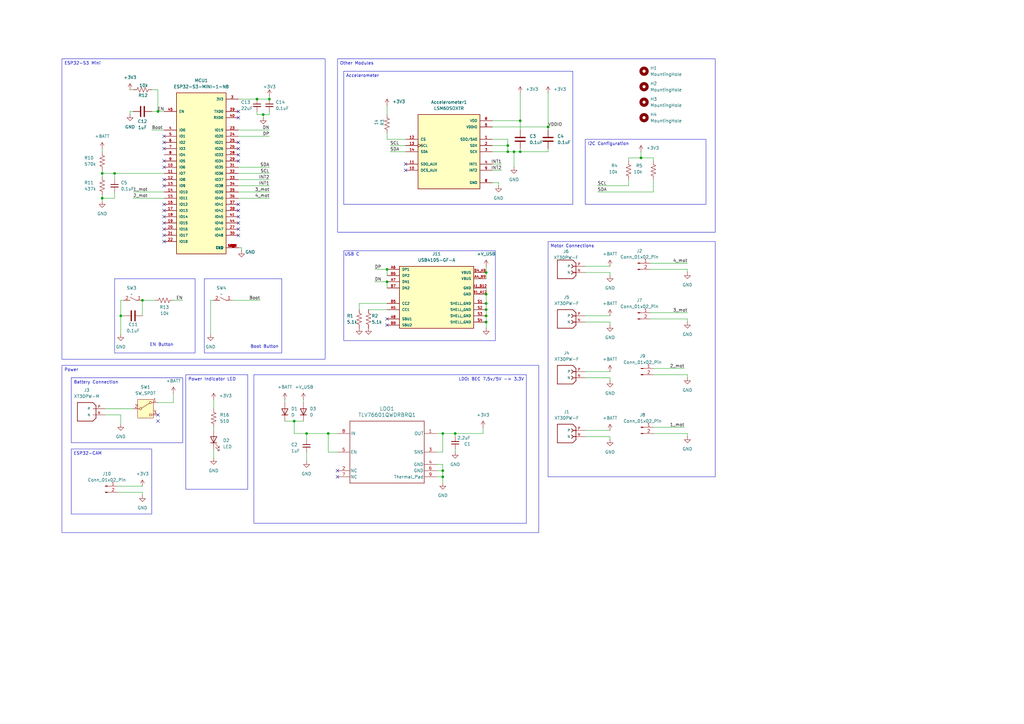
<source format=kicad_sch>
(kicad_sch (version 20231120) (generator "eeschema") (generator_version "8.0")
  (paper "A3")
  (junction (at 199.39 129.54))
  (junction (at 199.39 120.65))
  (junction (at 186.69 177.8))
  (junction (at 210.82 62.23))
  (junction (at 208.28 62.23))
  (junction (at 49.53 129.54))
  (junction (at 213.36 62.23))
  (junction (at 134.62 177.8))
  (junction (at 41.91 81.28))
  (junction (at 46.99 71.12))
  (junction (at 213.36 49.53))
  (junction (at 110.49 40.64))
  (junction (at 125.73 177.8))
  (junction (at 224.79 52.07))
  (junction (at 199.39 124.46))
  (junction (at 64.77 45.72))
  (junction (at 158.75 115.57))
  (junction (at 181.61 195.58))
  (junction (at 41.91 71.12))
  (junction (at 262.89 64.77))
  (junction (at 181.61 177.8))
  (junction (at 199.39 127))
  (junction (at 181.61 193.04))
  (junction (at 120.65 172.72))
  (junction (at 208.28 59.69))
  (junction (at 158.75 110.49))
  (junction (at 199.39 111.76))
  (junction (at 105.41 40.64))
  (junction (at 58.42 123.19))
  (junction (at 107.95 46.99))
  (junction (at 199.39 132.08))
  (no_connect (at 97.79 60.96))
  (no_connect (at 97.79 48.26))
  (no_connect (at 67.31 88.9))
  (no_connect (at 97.79 63.5))
  (no_connect (at 166.37 69.85))
  (no_connect (at 138.43 193.04))
  (no_connect (at 67.31 68.58))
  (no_connect (at 67.31 73.66))
  (no_connect (at 67.31 96.52))
  (no_connect (at 166.37 67.31))
  (no_connect (at 97.79 66.04))
  (no_connect (at 97.79 93.98))
  (no_connect (at 158.75 133.35))
  (no_connect (at 64.77 172.72))
  (no_connect (at 67.31 58.42))
  (no_connect (at 97.79 58.42))
  (no_connect (at 67.31 86.36))
  (no_connect (at 67.31 76.2))
  (no_connect (at 97.79 96.52))
  (no_connect (at 67.31 66.04))
  (no_connect (at 158.75 130.81))
  (no_connect (at 67.31 91.44))
  (no_connect (at 67.31 55.88))
  (no_connect (at 138.43 195.58))
  (no_connect (at 67.31 93.98))
  (no_connect (at 97.79 91.44))
  (no_connect (at 67.31 83.82))
  (no_connect (at 64.77 170.18))
  (no_connect (at 97.79 45.72))
  (no_connect (at 67.31 60.96))
  (no_connect (at 67.31 99.06))
  (no_connect (at 97.79 88.9))
  (no_connect (at 97.79 83.82))
  (no_connect (at 97.79 86.36))
  (wire (pts (xy 105.41 46.99) (xy 105.41 45.72)))
  (wire (pts (xy 199.39 124.46) (xy 199.39 127)))
  (wire (pts (xy 179.07 185.42) (xy 181.61 185.42)))
  (wire (pts (xy 54.61 45.72) (xy 53.34 45.72)))
  (wire (pts (xy 97.79 55.88) (xy 110.49 55.88)))
  (wire (pts (xy 153.67 110.49) (xy 158.75 110.49)))
  (wire (pts (xy 186.69 184.15) (xy 186.69 185.42)))
  (wire (pts (xy 58.42 123.19) (xy 63.5 123.19)))
  (wire (pts (xy 257.81 64.77) (xy 257.81 66.04)))
  (wire (pts (xy 160.02 62.23) (xy 166.37 62.23)))
  (wire (pts (xy 87.63 175.26) (xy 87.63 176.53)))
  (wire (pts (xy 240.03 109.22) (xy 250.19 109.22)))
  (wire (pts (xy 250.19 111.76) (xy 250.19 113.03)))
  (wire (pts (xy 147.32 127) (xy 147.32 124.46)))
  (wire (pts (xy 97.79 76.2) (xy 110.49 76.2)))
  (wire (pts (xy 208.28 62.23) (xy 210.82 62.23)))
  (wire (pts (xy 213.36 49.53) (xy 213.36 53.34)))
  (wire (pts (xy 201.93 57.15) (xy 208.28 57.15)))
  (wire (pts (xy 179.07 195.58) (xy 181.61 195.58)))
  (wire (pts (xy 213.36 38.1) (xy 213.36 49.53)))
  (wire (pts (xy 281.94 177.8) (xy 281.94 179.07)))
  (wire (pts (xy 186.69 177.8) (xy 186.69 179.07)))
  (wire (pts (xy 158.75 115.57) (xy 158.75 118.11)))
  (wire (pts (xy 120.65 172.72) (xy 120.65 177.8)))
  (wire (pts (xy 245.11 76.2) (xy 257.81 76.2)))
  (wire (pts (xy 95.25 123.19) (xy 106.68 123.19)))
  (wire (pts (xy 97.79 81.28) (xy 110.49 81.28)))
  (wire (pts (xy 262.89 64.77) (xy 267.97 64.77)))
  (wire (pts (xy 201.93 59.69) (xy 208.28 59.69)))
  (wire (pts (xy 120.65 177.8) (xy 125.73 177.8)))
  (wire (pts (xy 110.49 39.37) (xy 110.49 40.64)))
  (wire (pts (xy 240.03 132.08) (xy 250.19 132.08)))
  (wire (pts (xy 210.82 62.23) (xy 213.36 62.23)))
  (wire (pts (xy 97.79 73.66) (xy 110.49 73.66)))
  (wire (pts (xy 86.36 123.19) (xy 86.36 137.16)))
  (wire (pts (xy 201.93 69.85) (xy 205.74 69.85)))
  (wire (pts (xy 281.94 153.67) (xy 281.94 154.94)))
  (wire (pts (xy 240.03 179.07) (xy 250.19 179.07)))
  (wire (pts (xy 49.53 123.19) (xy 50.8 123.19)))
  (wire (pts (xy 267.97 177.8) (xy 281.94 177.8)))
  (wire (pts (xy 250.19 154.94) (xy 250.19 156.21)))
  (wire (pts (xy 49.53 129.54) (xy 50.8 129.54)))
  (wire (pts (xy 199.39 120.65) (xy 199.39 124.46)))
  (wire (pts (xy 134.62 177.8) (xy 134.62 185.42)))
  (wire (pts (xy 124.46 163.83) (xy 124.46 165.1)))
  (wire (pts (xy 262.89 62.23) (xy 262.89 64.77)))
  (wire (pts (xy 201.93 67.31) (xy 205.74 67.31)))
  (wire (pts (xy 110.49 46.99) (xy 110.49 45.72)))
  (wire (pts (xy 97.79 78.74) (xy 110.49 78.74)))
  (wire (pts (xy 41.91 81.28) (xy 41.91 82.55)))
  (wire (pts (xy 49.53 123.19) (xy 49.53 129.54)))
  (wire (pts (xy 181.61 177.8) (xy 179.07 177.8)))
  (wire (pts (xy 213.36 62.23) (xy 213.36 60.96)))
  (wire (pts (xy 125.73 180.34) (xy 125.73 177.8)))
  (wire (pts (xy 181.61 198.12) (xy 181.61 195.58)))
  (wire (pts (xy 267.97 64.77) (xy 267.97 66.04)))
  (wire (pts (xy 54.61 36.83) (xy 53.34 36.83)))
  (wire (pts (xy 281.94 130.81) (xy 281.94 132.08)))
  (wire (pts (xy 198.12 177.8) (xy 198.12 175.26)))
  (wire (pts (xy 71.12 123.19) (xy 74.93 123.19)))
  (wire (pts (xy 181.61 190.5) (xy 179.07 190.5)))
  (wire (pts (xy 41.91 71.12) (xy 46.99 71.12)))
  (wire (pts (xy 266.7 107.95) (xy 281.94 107.95)))
  (wire (pts (xy 58.42 123.19) (xy 58.42 129.54)))
  (wire (pts (xy 201.93 62.23) (xy 208.28 62.23)))
  (wire (pts (xy 97.79 40.64) (xy 105.41 40.64)))
  (wire (pts (xy 41.91 81.28) (xy 46.99 81.28)))
  (wire (pts (xy 116.84 172.72) (xy 120.65 172.72)))
  (wire (pts (xy 64.77 36.83) (xy 64.77 45.72)))
  (wire (pts (xy 240.03 152.4) (xy 250.19 152.4)))
  (wire (pts (xy 97.79 101.6) (xy 99.06 101.6)))
  (wire (pts (xy 43.18 170.18) (xy 49.53 170.18)))
  (wire (pts (xy 41.91 71.12) (xy 41.91 72.39)))
  (wire (pts (xy 62.23 36.83) (xy 64.77 36.83)))
  (wire (pts (xy 179.07 193.04) (xy 181.61 193.04)))
  (wire (pts (xy 201.93 74.93) (xy 204.47 74.93)))
  (wire (pts (xy 120.65 172.72) (xy 124.46 172.72)))
  (wire (pts (xy 224.79 52.07) (xy 224.79 53.34)))
  (wire (pts (xy 267.97 153.67) (xy 281.94 153.67)))
  (wire (pts (xy 267.97 78.74) (xy 267.97 73.66)))
  (wire (pts (xy 240.03 154.94) (xy 250.19 154.94)))
  (wire (pts (xy 250.19 132.08) (xy 250.19 133.35)))
  (wire (pts (xy 266.7 128.27) (xy 281.94 128.27)))
  (wire (pts (xy 134.62 177.8) (xy 138.43 177.8)))
  (wire (pts (xy 67.31 81.28) (xy 54.61 81.28)))
  (wire (pts (xy 41.91 69.85) (xy 41.91 71.12)))
  (wire (pts (xy 158.75 110.49) (xy 158.75 113.03)))
  (wire (pts (xy 186.69 177.8) (xy 181.61 177.8)))
  (wire (pts (xy 199.39 118.11) (xy 199.39 120.65)))
  (wire (pts (xy 41.91 80.01) (xy 41.91 81.28)))
  (wire (pts (xy 125.73 177.8) (xy 134.62 177.8)))
  (wire (pts (xy 71.12 161.29) (xy 71.12 165.1)))
  (wire (pts (xy 267.97 175.26) (xy 280.67 175.26)))
  (wire (pts (xy 210.82 62.23) (xy 210.82 68.58)))
  (wire (pts (xy 160.02 59.69) (xy 166.37 59.69)))
  (wire (pts (xy 266.7 110.49) (xy 281.94 110.49)))
  (wire (pts (xy 199.39 109.22) (xy 199.39 111.76)))
  (wire (pts (xy 97.79 53.34) (xy 110.49 53.34)))
  (wire (pts (xy 266.7 130.81) (xy 281.94 130.81)))
  (wire (pts (xy 213.36 62.23) (xy 224.79 62.23)))
  (wire (pts (xy 97.79 71.12) (xy 110.49 71.12)))
  (wire (pts (xy 107.95 48.26) (xy 107.95 46.99)))
  (wire (pts (xy 181.61 195.58) (xy 181.61 193.04)))
  (wire (pts (xy 105.41 40.64) (xy 110.49 40.64)))
  (wire (pts (xy 64.77 45.72) (xy 67.31 45.72)))
  (wire (pts (xy 257.81 64.77) (xy 262.89 64.77)))
  (wire (pts (xy 67.31 78.74) (xy 54.61 78.74)))
  (wire (pts (xy 49.53 129.54) (xy 49.53 137.16)))
  (wire (pts (xy 48.26 199.39) (xy 58.42 199.39)))
  (wire (pts (xy 97.79 68.58) (xy 110.49 68.58)))
  (wire (pts (xy 158.75 54.61) (xy 158.75 57.15)))
  (wire (pts (xy 213.36 49.53) (xy 201.93 49.53)))
  (wire (pts (xy 208.28 57.15) (xy 208.28 59.69)))
  (wire (pts (xy 147.32 124.46) (xy 158.75 124.46)))
  (wire (pts (xy 46.99 71.12) (xy 67.31 71.12)))
  (wire (pts (xy 199.39 111.76) (xy 199.39 114.3)))
  (wire (pts (xy 151.13 127) (xy 158.75 127)))
  (wire (pts (xy 107.95 46.99) (xy 110.49 46.99)))
  (wire (pts (xy 86.36 123.19) (xy 87.63 123.19)))
  (wire (pts (xy 199.39 127) (xy 199.39 129.54)))
  (wire (pts (xy 240.03 111.76) (xy 250.19 111.76)))
  (wire (pts (xy 181.61 185.42) (xy 181.61 177.8)))
  (wire (pts (xy 281.94 110.49) (xy 281.94 111.76)))
  (wire (pts (xy 53.34 45.72) (xy 53.34 46.99)))
  (wire (pts (xy 64.77 165.1) (xy 71.12 165.1)))
  (wire (pts (xy 204.47 74.93) (xy 204.47 76.2)))
  (wire (pts (xy 250.19 179.07) (xy 250.19 180.34)))
  (wire (pts (xy 240.03 176.53) (xy 250.19 176.53)))
  (wire (pts (xy 224.79 62.23) (xy 224.79 60.96)))
  (wire (pts (xy 116.84 163.83) (xy 116.84 165.1)))
  (wire (pts (xy 105.41 46.99) (xy 107.95 46.99)))
  (wire (pts (xy 125.73 185.42) (xy 125.73 189.23)))
  (wire (pts (xy 208.28 59.69) (xy 208.28 62.23)))
  (wire (pts (xy 41.91 60.96) (xy 41.91 62.23)))
  (wire (pts (xy 257.81 73.66) (xy 257.81 76.2)))
  (wire (pts (xy 224.79 38.1) (xy 224.79 52.07)))
  (wire (pts (xy 46.99 78.74) (xy 46.99 81.28)))
  (wire (pts (xy 46.99 71.12) (xy 46.99 73.66)))
  (wire (pts (xy 43.18 167.64) (xy 54.61 167.64)))
  (wire (pts (xy 245.11 78.74) (xy 267.97 78.74)))
  (wire (pts (xy 48.26 201.93) (xy 58.42 201.93)))
  (wire (pts (xy 198.12 177.8) (xy 186.69 177.8)))
  (wire (pts (xy 199.39 129.54) (xy 199.39 132.08)))
  (wire (pts (xy 134.62 185.42) (xy 138.43 185.42)))
  (wire (pts (xy 62.23 45.72) (xy 64.77 45.72)))
  (wire (pts (xy 153.67 115.57) (xy 158.75 115.57)))
  (wire (pts (xy 87.63 163.83) (xy 87.63 167.64)))
  (wire (pts (xy 240.03 129.54) (xy 250.19 129.54)))
  (wire (pts (xy 158.75 43.18) (xy 158.75 46.99)))
  (wire (pts (xy 267.97 151.13) (xy 280.67 151.13)))
  (wire (pts (xy 58.42 201.93) (xy 58.42 203.2)))
  (wire (pts (xy 62.23 53.34) (xy 67.31 53.34)))
  (wire (pts (xy 87.63 184.15) (xy 87.63 187.96)))
  (wire (pts (xy 199.39 132.08) (xy 199.39 134.62)))
  (wire (pts (xy 201.93 52.07) (xy 224.79 52.07)))
  (wire (pts (xy 99.06 101.6) (xy 99.06 102.87)))
  (wire (pts (xy 158.75 57.15) (xy 166.37 57.15)))
  (wire (pts (xy 181.61 193.04) (xy 181.61 190.5)))
  (wire (pts (xy 49.53 170.18) (xy 49.53 173.99)))
  (rectangle (start 46.99 114.3) (end 80.01 144.78))
  (rectangle (start 83.82 114.3) (end 115.57 144.78))
  (rectangle (start 140.97 102.87) (end 203.2 139.7))
  (text_box "LDO: BEC 7.5v/5V -> 3.3V\n" (at 104.14 153.67 0) (size 111.76 60.96) (effects (font (size 1.27 1.27)) (justify right top)))
  (text_box "Other Modules\n" (at 138.43 24.13 0) (size 154.94 71.12) (effects (font (size 1.27 1.27)) (justify left top)))
  (text_box "ESP32-S3 Mini\n" (at 25.4 24.13 0) (size 107.95 123.19) (effects (font (size 1.27 1.27)) (justify left top)))
  (text_box "Accelerometer\n" (at 140.97 29.21 0) (size 93.98 54.61) (effects (font (size 1.27 1.27)) (justify left top)))
  (text_box "Power" (at 25.4 149.86 0) (size 195.58 68.58) (effects (font (size 1.27 1.27)) (justify left top)))
  (text_box "I2C Configuration \n" (at 240.03 57.15 0) (size 49.53 26.67) (effects (font (size 1.27 1.27)) (justify left top)))
  (text_box "Motor Connections\n" (at 224.79 99.06 0) (size 68.58 96.52) (effects (font (size 1.27 1.27)) (justify left top)))
  (text_box "ESP32-CAM\n" (at 29.21 184.15 0) (size 33.02 26.67) (effects (font (size 1.27 1.27)) (justify left top)))
  (text_box "Battery Connection \n" (at 29.21 154.94 0) (size 45.72 26.67) (effects (font (size 1.27 1.27)) (justify left top)))
  (text_box "Power Indicator LED" (at 76.2 153.67 0) (size 25.4 46.99) (effects (font (size 1.27 1.27)) (justify left top)))
  (text "USB C" (at 141.224 105.156 0) (effects (font (size 1.27 1.27)) (justify left bottom)))
  (text "Boot Button \n" (at 108.966 142.24 0) (effects (font (size 1.27 1.27))))
  (text "EN Button\n" (at 66.294 141.478 0) (effects (font (size 1.27 1.27))))
  (label "SDA" (at 110.49 68.58 180))
  (label "Boot" (at 106.68 123.19 180))
  (label "INT1" (at 205.74 67.31 180))
  (label "SCL" (at 110.49 71.12 180))
  (label "VDDIO" (at 224.79 52.07 0))
  (label "INT2" (at 205.74 69.85 180))
  (label "4_mot" (at 281.94 107.95 180))
  (label "SCL" (at 245.11 76.2 0))
  (label "DN" (at 153.67 115.57 0))
  (label "2_mot" (at 54.61 81.28 0))
  (label "EN" (at 67.31 45.72 180))
  (label "INT1" (at 110.49 76.2 180))
  (label "INT2" (at 110.49 73.66 180))
  (label "DP" (at 153.67 110.49 0))
  (label "1_mot" (at 280.67 175.26 180))
  (label "4_mot" (at 110.49 81.28 180))
  (label "3_mot" (at 110.49 78.74 180))
  (label "1_mot" (at 54.61 78.74 0))
  (label "DP" (at 110.49 55.88 180))
  (label "SDA" (at 160.02 62.23 0))
  (label "DN" (at 110.49 53.34 180))
  (label "Boot" (at 62.23 53.34 0))
  (label "EN" (at 74.93 123.19 180))
  (label "SCL" (at 160.02 59.69 0))
  (label "2_mot" (at 280.67 151.13 180))
  (label "3_mot" (at 281.94 128.27 180))
  (label "SDA" (at 245.11 78.74 0))
  (symbol (lib_id "Connector:Conn_01x02_Pin") (at 43.18 199.39 0) (unit 1)
    (property "Reference" "J10" (at 43.815 194.31 0))
    (property "Value" "Conn_01x02_Pin" (at 43.815 196.85 0))
    (property "Footprint" "Connector_PinHeader_2.54mm:PinHeader_1x02_P2.54mm_Horizontal" (effects (hide yes)))
    (property "Description" "Generic connector, single row, 01x02, script generated" (effects (hide yes)))
    (property "MANUFACTURER" "-" (effects (hide yes)))
  )
  (symbol (lib_id "TLV6601:TLV76601QWDRBRQ1") (at 138.43 177.8 0) (unit 1)
    (property "Reference" "LDO1" (at 158.75 167.64 0) (effects (font (size 1.524 1.524))))
    (property "Value" "TLV76601QWDRBRQ1" (at 158.75 170.18 0) (effects (font (size 1.524 1.524))))
    (property "Footprint" "TLV76601:DRB0008J-IPC_A" (effects (hide yes)))
    (property "Datasheet" "TLV76601QWDRBRQ1" (effects (hide yes)))
    (property "MANUFACTURER" "TLV76633QWDRBRQ1" (effects (hide yes)))
  )
  (symbol (lib_id "Mechanical:MountingHole") (at 264.16 29.21 0) (unit 1)
    (property "Reference" "H1" (at 266.7 27.9399 0) (effects (justify left)))
    (property "Value" "MountingHole" (at 266.7 30.4799 0) (effects (justify left)))
    (property "Footprint" "MountingHole:MountingHole_3.2mm_M3_DIN965" (effects (hide yes)))
    (property "Description" "Mounting Hole without connection" (effects (hide yes)))
    (property "MANUFACTURER" "-" (effects (hide yes)))
  )
  (symbol (lib_id "power:+3V3") (at 53.34 36.83 0) (unit 1)
    (property "Reference" "#PWR039" (effects (hide yes)))
    (property "Value" "+3V3" (at 53.34 31.75 0))
    (property "Description" "Power symbol creates a global label with name \"+3V3\"" (effects (hide yes)))
  )
  (symbol (lib_id "Device:C_Small") (at 186.69 181.61 180) (unit 1)
    (property "Reference" "C1" (at 193.04 182.118 0) (effects (justify left)))
    (property "Value" "2.2uF" (at 193.04 179.578 0) (effects (justify left)))
    (property "Footprint" "Capacitor_SMD:C_0805_2012Metric" (effects (hide yes)))
    (property "Description" "Unpolarized capacitor, small symbol" (effects (hide yes)))
    (property "MANUFACTURER" " 581-KAF21KR71E225KU " (effects (hide yes)))
  )
  (symbol (lib_id "Connector:Conn_01x02_Pin") (at 261.62 107.95 0) (unit 1)
    (property "Reference" "J2" (at 262.255 102.87 0))
    (property "Value" "Conn_01x02_Pin" (at 262.255 105.41 0))
    (property "Footprint" "Connector_PinHeader_2.54mm:PinHeader_1x02_P2.54mm_Horizontal" (effects (hide yes)))
    (property "Description" "Generic connector, single row, 01x02, script generated" (effects (hide yes)))
    (property "MANUFACTURER" "-" (effects (hide yes)))
  )
  (symbol (lib_id "Switch:SW_SPDT") (at 59.69 167.64 0) (unit 1)
    (property "Reference" "SW1" (at 59.69 158.75 0))
    (property "Value" "SW_SPDT" (at 59.69 161.29 0))
    (property "Footprint" "JS102011JAQN:SW_JS102011JAQN" (effects (hide yes)))
    (property "Description" "Switch, single pole double throw" (effects (hide yes)))
    (property "MANUFACTURER" "JS102011JAQN " (effects (hide yes)))
  )
  (symbol (lib_id "Device:R_US") (at 41.91 76.2 0) (unit 1)
    (property "Reference" "R11" (at 34.544 74.93 0) (effects (justify left)))
    (property "Value" "437k" (at 34.544 77.47 0) (effects (justify left)))
    (property "Footprint" "Resistor_SMD:R_0805_2012Metric" (effects (hide yes)))
    (property "Description" "Resistor, US symbol" (effects (hide yes)))
    (property "MANUFACTURER" " 71-RCS0805470KJNEA " (effects (hide yes)))
  )
  (symbol (lib_id "Device:C_Small") (at 46.99 76.2 0) (unit 1)
    (property "Reference" "C5" (at 49.53 74.93 0) (effects (justify left)))
    (property "Value" "0.1uF" (at 49.53 77.47 0) (effects (justify left)))
    (property "Footprint" "Capacitor_SMD:C_0805_2012Metric" (effects (hide yes)))
    (property "MANUFACTURER" " 581-KAM21KR72A104KU " (effects (hide yes)))
  )
  (symbol (lib_id "power:GND") (at 281.94 111.76 0) (unit 1)
    (property "Reference" "#PWR015" (effects (hide yes)))
    (property "Value" "GND" (at 281.94 116.84 0))
    (property "Description" "Power symbol creates a global label with name \"GND\" , ground" (effects (hide yes)))
  )
  (symbol (lib_id "power:+3V3") (at 213.36 38.1 0) (unit 1)
    (property "Reference" "#PWR024" (effects (hide yes)))
    (property "Value" "+3V3" (at 218.186 36.576 0))
    (property "Description" "Power symbol creates a global label with name \"+3V3\"" (effects (hide yes)))
  )
  (symbol (lib_id "power:GND") (at 181.61 198.12 0) (mirror y) (unit 1)
    (property "Reference" "#PWR018" (effects (hide yes)))
    (property "Value" "GND" (at 181.61 203.2 0))
    (property "Description" "Power symbol creates a global label with name \"GND\" , ground" (effects (hide yes)))
  )
  (symbol (lib_id "power:+3V3") (at 158.75 43.18 0) (unit 1)
    (property "Reference" "#PWR027" (effects (hide yes)))
    (property "Value" "+3V3" (at 163.576 41.656 0))
    (property "Description" "Power symbol creates a global label with name \"+3V3\"" (effects (hide yes)))
  )
  (symbol (lib_id "Device:R_US") (at 58.42 36.83 90) (unit 1)
    (property "Reference" "R12" (at 58.674 39.116 90))
    (property "Value" "10k" (at 58.928 35.052 90))
    (property "Footprint" "Resistor_SMD:R_0805_2012Metric" (effects (hide yes)))
    (property "Description" "Resistor, US symbol" (effects (hide yes)))
    (property "MANUFACTURER" " 667-ERA-6APB103V " (effects (hide yes)))
  )
  (symbol (lib_id "Mechanical:MountingHole") (at 264.16 35.56 0) (unit 1)
    (property "Reference" "H2" (at 266.7 34.2899 0) (effects (justify left)))
    (property "Value" "MountingHole" (at 266.7 36.8299 0) (effects (justify left)))
    (property "Footprint" "MountingHole:MountingHole_3.2mm_M3_DIN965" (effects (hide yes)))
    (property "Description" "Mounting Hole without connection" (effects (hide yes)))
    (property "MANUFACTURER" "-" (effects (hide yes)))
  )
  (symbol (lib_id "power:GND") (at 281.94 154.94 0) (unit 1)
    (property "Reference" "#PWR056" (effects (hide yes)))
    (property "Value" "GND" (at 281.94 160.02 0))
    (property "Description" "Power symbol creates a global label with name \"GND\" , ground" (effects (hide yes)))
  )
  (symbol (lib_id "Device:C") (at 58.42 45.72 90) (unit 1)
    (property "Reference" "C12" (at 58.42 49.784 90))
    (property "Value" "1uF" (at 58.42 52.324 90))
    (property "Footprint" "Capacitor_SMD:C_0805_2012Metric" (effects (hide yes)))
    (property "Description" "Unpolarized capacitor" (effects (hide yes)))
    (property "MANUFACTURER" " 581-KAF21KR71E105KU " (effects (hide yes)))
  )
  (symbol (lib_id "Connector:Conn_01x02_Pin") (at 262.89 175.26 0) (unit 1)
    (property "Reference" "J8" (at 263.525 170.18 0))
    (property "Value" "Conn_01x02_Pin" (at 263.525 172.72 0))
    (property "Footprint" "Connector_PinHeader_2.54mm:PinHeader_1x02_P2.54mm_Horizontal" (effects (hide yes)))
    (property "Description" "Generic connector, single row, 01x02, script generated" (effects (hide yes)))
    (property "MANUFACTURER" "-" (effects (hide yes)))
  )
  (symbol (lib_id "Device:R_US") (at 67.31 123.19 90) (unit 1)
    (property "Reference" "R13" (at 69.342 125.984 90) (effects (justify left)))
    (property "Value" "10k" (at 69.342 128.524 90) (effects (justify left)))
    (property "Footprint" "Resistor_SMD:R_0805_2012Metric" (effects (hide yes)))
    (property "Description" "Resistor, US symbol" (effects (hide yes)))
    (property "MANUFACTURER" " 667-ERA-6APB103V " (effects (hide yes)))
  )
  (symbol (lib_id "Custom Symbols:USB4105-GF-A") (at 179.07 121.92 0) (unit 1)
    (property "Reference" "J11" (at 179.07 104.14 0))
    (property "Value" "USB4105-GF-A" (at 179.07 106.68 0))
    (property "Footprint" "USB4105-GF-A-Footprint:GCT_USB4105-GF-A" (effects (hide yes)))
    (property "PARTREV" "A3" (effects (hide yes)))
    (property "STANDARD" "Manufacturer Recommendations" (effects (hide yes)))
    (property "MAXIMUM_PACKAGE_HEIGHT" "3.31 mm" (effects (hide yes)))
    (property "MANUFACTURER" "USB4105-GF-A" (effects (hide yes)))
  )
  (symbol (lib_id "power:GND") (at 147.32 134.62 0) (unit 1)
    (property "Reference" "#PWR019" (effects (hide yes)))
    (property "Value" "GND" (effects (hide yes)))
  )
  (symbol (lib_id "power:+7.5V") (at 250.19 109.22 0) (unit 1)
    (property "Reference" "#PWR049" (effects (hide yes)))
    (property "Value" "+BATT" (at 250.19 104.14 0))
    (property "Description" "Power symbol creates a global label with name \"+7.5V\"" (effects (hide yes)))
  )
  (symbol (lib_id "Device:C") (at 224.79 57.15 0) (unit 1)
    (property "Reference" "C4" (at 228.6 55.8799 0) (effects (justify left)))
    (property "Value" "0.1uF" (at 228.6 58.4199 0) (effects (justify left)))
    (property "Footprint" "Capacitor_SMD:C_0805_2012Metric" (effects (hide yes)))
    (property "Description" "Unpolarized capacitor" (effects (hide yes)))
    (property "MANUFACTURER" " 581-KAM21KR72A104KU " (effects (hide yes)))
  )
  (symbol (lib_id "power:+7.5V") (at 250.19 129.54 0) (unit 1)
    (property "Reference" "#PWR051" (effects (hide yes)))
    (property "Value" "+BATT" (at 250.19 124.46 0))
    (property "Description" "Power symbol creates a global label with name \"+7.5V\"" (effects (hide yes)))
  )
  (symbol (lib_id "power:GND") (at 281.94 132.08 0) (unit 1)
    (property "Reference" "#PWR014" (effects (hide yes)))
    (property "Value" "GND" (at 281.94 137.16 0))
    (property "Description" "Power symbol creates a global label with name \"GND\" , ground" (effects (hide yes)))
  )
  (symbol (lib_id "power:GND") (at 49.53 137.16 0) (unit 1)
    (property "Reference" "#PWR038" (effects (hide yes)))
    (property "Value" "GND" (at 49.53 142.24 0))
    (property "Description" "Power symbol creates a global label with name \"GND\" , ground" (effects (hide yes)))
  )
  (symbol (lib_id "power:+5V") (at 124.46 163.83 0) (unit 1)
    (property "Reference" "#PWR06" (effects (hide yes)))
    (property "Value" "+V_USB" (at 120.904 158.75 0) (effects (justify left)))
    (property "Description" "Power symbol creates a global label with name \"+5V\"" (effects (hide yes)))
  )
  (symbol (lib_id "power:GND") (at 107.95 48.26 0) (unit 1)
    (property "Reference" "#PWR045" (effects (hide yes)))
    (property "Value" "GND" (effects (hide yes)))
  )
  (symbol (lib_id "power:GND") (at 49.53 173.99 0) (unit 1)
    (property "Reference" "#PWR062" (effects (hide yes)))
    (property "Value" "GND" (at 49.53 179.07 0))
    (property "Description" "Power symbol creates a global label with name \"GND\" , ground" (effects (hide yes)))
  )
  (symbol (lib_id "power:GND") (at 53.34 46.99 0) (unit 1)
    (property "Reference" "#PWR040" (effects (hide yes)))
    (property "Value" "GND" (at 53.34 52.07 0))
    (property "Description" "Power symbol creates a global label with name \"GND\" , ground" (effects (hide yes)))
  )
  (symbol (lib_id "power:GND") (at 281.94 179.07 0) (unit 1)
    (property "Reference" "#PWR04" (effects (hide yes)))
    (property "Value" "GND" (at 281.94 184.15 0))
    (property "Description" "Power symbol creates a global label with name \"GND\" , ground" (effects (hide yes)))
  )
  (symbol (lib_id "Device:R_US") (at 257.81 69.85 180) (unit 1)
    (property "Reference" "R4" (at 253.365 67.945 0) (effects (justify left)))
    (property "Value" "10k" (at 253.365 70.485 0) (effects (justify left)))
    (property "Footprint" "Resistor_SMD:R_0805_2012Metric" (effects (hide yes)))
    (property "MANUFACTURER" " 667-ERA-6APB103V " (effects (hide yes)))
    (property "Manufacturer" " 667-ERA-6APB103V " (effects (hide yes)))
  )
  (symbol (lib_id "power:GND") (at 199.39 134.62 0) (unit 1)
    (property "Reference" "#PWR022" (effects (hide yes)))
    (property "Value" "GND" (effects (hide yes)))
  )
  (symbol (lib_id "Device:LED") (at 87.63 180.34 90) (unit 1)
    (property "Reference" "D2" (at 91.44 180.6574 90) (effects (justify right)))
    (property "Value" "LED" (at 91.44 183.1974 90) (effects (justify right)))
    (property "Footprint" "LED_SMD:LED_0603_1608Metric" (effects (hide yes)))
    (property "Description" "Light emitting diode" (effects (hide yes)))
    (property "MANUFACTURER" "CSL1101WBCW1 " (effects (hide yes)))
  )
  (symbol (lib_id "power:GND") (at 186.69 185.42 0) (unit 1)
    (property "Reference" "#PWR08" (effects (hide yes)))
    (property "Value" "GND" (at 186.69 190.5 0))
    (property "Description" "Power symbol creates a global label with name \"GND\" , ground" (effects (hide yes)))
  )
  (symbol (lib_id "LSM6DSOXTR:LSM6DSOXTR") (at 184.15 62.23 0) (unit 1)
    (property "Reference" "Accelerometer1" (at 184.15 41.91 0))
    (property "Value" "LSM6DSOXTR" (at 184.15 44.45 0))
    (property "Footprint" "LSM6DSOXTR:PQFN50P250X300X86-14N" (effects (hide yes)))
    (property "MF" "STMicroelectronics" (effects (hide yes)))
    (property "Description_1" "\nAccelerometer, Gyroscope, 6 Axis Sensor I2C, SPI Output\n" (effects (hide yes)))
    (property "Package" "VFLGA-14 STMicroelectronics" (effects (hide yes)))
    (property "Price" "None" (effects (hide yes)))
    (property "Check_prices" "https://www.snapeda.com/parts/LSM6DSOXTR/STMicroelectronics/view-part/?ref=eda" (effects (hide yes)))
    (property "STANDARD" "IPC7351B" (effects (hide yes)))
    (property "PARTREV" "3.0" (effects (hide yes)))
    (property "SnapEDA_Link" "https://www.snapeda.com/parts/LSM6DSOXTR/STMicroelectronics/view-part/?ref=snap" (effects (hide yes)))
    (property "MP" "LSM6DSOXTR" (effects (hide yes)))
    (property "Purchase-URL" "https://www.snapeda.com/api/url_track_click_mouser/?unipart_id=3227828&manufacturer=STMicroelectronics&part_name=LSM6DSOXTR&search_term=None" (effects (hide yes)))
    (property "Availability" "In Stock" (effects (hide yes)))
    (property "MANUFACTURER" " 511-LSM6DSOXTR " (effects (hide yes)))
  )
  (symbol (lib_id "Mechanical:MountingHole") (at 264.16 48.26 0) (unit 1)
    (property "Reference" "H4" (at 266.7 46.9899 0) (effects (justify left)))
    (property "Value" "MountingHole" (at 266.7 49.5299 0) (effects (justify left)))
    (property "Footprint" "MountingHole:MountingHole_3.2mm_M3_DIN965" (effects (hide yes)))
    (property "Description" "Mounting Hole without connection" (effects (hide yes)))
    (property "MANUFACTURER" "-" (effects (hide yes)))
  )
  (symbol (lib_id "custom:rockerSwitch") (at 53.34 124.46 0) (unit 1)
    (property "Reference" "SW3" (at 53.975 118.11 0))
    (property "Value" "~" (at 53.975 120.65 0))
    (property "Footprint" "customFootprints:rockerSwitch-434133025816" (effects (hide yes)))
    (property "MANUFACTURER" "434133025816 " (effects (hide yes)))
  )
  (symbol (lib_id "power:GND") (at 204.47 76.2 0) (unit 1)
    (property "Reference" "#PWR09" (effects (hide yes)))
    (property "Value" "GND" (at 204.47 81.28 0))
    (property "Description" "Power symbol creates a global label with name \"GND\" , ground" (effects (hide yes)))
  )
  (symbol (lib_id "Device:R_US") (at 151.13 130.81 0) (unit 1)
    (property "Reference" "R2" (at 152.4 129.54 0) (effects (justify left)))
    (property "Value" "5.1k" (at 152.4 132.08 0) (effects (justify left)))
    (property "Footprint" "Resistor_SMD:R_0805_2012Metric" (effects (hide yes)))
    (property "MANUFACTURER" "ERA-2AED512X" (effects (hide yes)))
  )
  (symbol (lib_id "Device:R_US") (at 87.63 171.45 0) (unit 1)
    (property "Reference" "R16" (at 90.17 170.1799 0) (effects (justify left)))
    (property "Value" "510" (at 90.17 172.7199 0) (effects (justify left)))
    (property "Footprint" "Resistor_SMD:R_0805_2012Metric" (effects (hide yes)))
    (property "Description" "Resistor, US symbol" (effects (hide yes)))
    (property "MANUFACTURER" "UP6F5110V" (effects (hide yes)))
  )
  (symbol (lib_id "XT30PW-F:XT30PW-F") (at 236.22 129.54 0) (unit 1)
    (property "Reference" "J5" (at 232.41 121.92 0))
    (property "Value" "XT30PW-F" (at 232.41 124.46 0))
    (property "Footprint" "XT30PW-F:AMASS_XT30PW-F" (effects (hide yes)))
    (property "MF" "amass" (effects (hide yes)))
    (property "MAXIMUM_PACKAGE_HEIGHT" "5 mm" (effects (hide yes)))
    (property "Package" "None" (effects (hide yes)))
    (property "Price" "None" (effects (hide yes)))
    (property "Check_prices" "https://www.snapeda.com/parts/XT30PW-F/AMASS/view-part/?ref=eda" (effects (hide yes)))
    (property "STANDARD" "Manufacturer Recommendations" (effects (hide yes)))
    (property "PARTREV" "1.2" (effects (hide yes)))
    (property "SnapEDA_Link" "https://www.snapeda.com/parts/XT30PW-F/AMASS/view-part/?ref=snap" (effects (hide yes)))
    (property "MP" "XT30PW-F" (effects (hide yes)))
    (property "Description_1" "\nSocket; DC supply; XT30; female; PIN: 2; on PCBs; THT; yellow; 15A\n" (effects (hide yes)))
    (property "MANUFACTURER" "Amass" (effects (hide yes)))
    (property "Availability" "Not in stock" (effects (hide yes)))
    (property "SNAPEDA_PN" "XT30PW-F" (effects (hide yes)))
  )
  (symbol (lib_id "power:+7.5V") (at 250.19 152.4 0) (unit 1)
    (property "Reference" "#PWR053" (effects (hide yes)))
    (property "Value" "+BATT" (at 250.19 147.32 0))
    (property "Description" "Power symbol creates a global label with name \"+7.5V\"" (effects (hide yes)))
  )
  (symbol (lib_id "power:+3V3") (at 224.79 38.1 0) (unit 1)
    (property "Reference" "#PWR025" (effects (hide yes)))
    (property "Value" "+3V3" (at 229.616 36.576 0))
    (property "Description" "Power symbol creates a global label with name \"+3V3\"" (effects (hide yes)))
  )
  (symbol (lib_id "Connector:Conn_01x02_Pin") (at 262.89 151.13 0) (unit 1)
    (property "Reference" "J9" (at 263.525 146.05 0))
    (property "Value" "Conn_01x02_Pin" (at 263.525 148.59 0))
    (property "Footprint" "Connector_PinHeader_2.54mm:PinHeader_1x02_P2.54mm_Horizontal" (effects (hide yes)))
    (property "Description" "Generic connector, single row, 01x02, script generated" (effects (hide yes)))
    (property "MANUFACTURER" "-" (effects (hide yes)))
  )
  (symbol (lib_id "power:GND") (at 87.63 187.96 0) (unit 1)
    (property "Reference" "#PWR065" (effects (hide yes)))
    (property "Value" "GND" (at 87.63 193.04 0))
    (property "Description" "Power symbol creates a global label with name \"GND\" , ground" (effects (hide yes)))
  )
  (symbol (lib_id "power:GND") (at 250.19 113.03 0) (unit 1)
    (property "Reference" "#PWR050" (effects (hide yes)))
    (property "Value" "GND" (at 250.19 118.11 0))
    (property "Description" "Power symbol creates a global label with name \"GND\" , ground" (effects (hide yes)))
  )
  (symbol (lib_id "Device:R_US") (at 158.75 50.8 180) (unit 1)
    (property "Reference" "R3" (at 156.845 48.895 90) (effects (justify left)))
    (property "Value" "1k" (at 154.305 48.895 90) (effects (justify left)))
    (property "Footprint" "Resistor_SMD:R_0805_2012Metric" (effects (hide yes)))
    (property "MANUFACTURER" " 652-CRT0805AFY-1001E " (effects (hide yes)))
  )
  (symbol (lib_id "power:+BATT") (at 116.84 163.83 0) (unit 1)
    (property "Reference" "#PWR05" (effects (hide yes)))
    (property "Value" "+BATT" (at 116.84 158.75 0))
    (property "Description" "Power symbol creates a global label with name \"+BATT\"" (effects (hide yes)))
  )
  (symbol (lib_id "XT30PW-F:XT30PW-F") (at 236.22 152.4 0) (unit 1)
    (property "Reference" "J4" (at 232.41 144.78 0))
    (property "Value" "XT30PW-F" (at 232.41 147.32 0))
    (property "Footprint" "XT30PW-F:AMASS_XT30PW-F" (effects (hide yes)))
    (property "MF" "amass" (effects (hide yes)))
    (property "MAXIMUM_PACKAGE_HEIGHT" "5 mm" (effects (hide yes)))
    (property "Package" "None" (effects (hide yes)))
    (property "Price" "None" (effects (hide yes)))
    (property "Check_prices" "https://www.snapeda.com/parts/XT30PW-F/AMASS/view-part/?ref=eda" (effects (hide yes)))
    (property "STANDARD" "Manufacturer Recommendations" (effects (hide yes)))
    (property "PARTREV" "1.2" (effects (hide yes)))
    (property "SnapEDA_Link" "https://www.snapeda.com/parts/XT30PW-F/AMASS/view-part/?ref=snap" (effects (hide yes)))
    (property "MP" "XT30PW-F" (effects (hide yes)))
    (property "Description_1" "\nSocket; DC supply; XT30; female; PIN: 2; on PCBs; THT; yellow; 15A\n" (effects (hide yes)))
    (property "MANUFACTURER" "Amass" (effects (hide yes)))
    (property "Availability" "Not in stock" (effects (hide yes)))
    (property "SNAPEDA_PN" "XT30PW-F" (effects (hide yes)))
  )
  (symbol (lib_id "power:+3V3") (at 87.63 163.83 0) (unit 1)
    (property "Reference" "#PWR064" (effects (hide yes)))
    (property "Value" "+3V3" (at 92.456 162.306 0))
    (property "Description" "Power symbol creates a global label with name \"+3V3\"" (effects (hide yes)))
  )
  (symbol (lib_id "power:+3V3") (at 262.89 62.23 0) (unit 1)
    (property "Reference" "#PWR026" (effects (hide yes)))
    (property "Value" "+3V3" (at 267.716 60.706 0))
    (property "Description" "Power symbol creates a global label with name \"+3V3\"" (effects (hide yes)))
  )
  (symbol (lib_id "power:GND") (at 125.73 189.23 0) (unit 1)
    (property "Reference" "#PWR03" (effects (hide yes)))
    (property "Value" "GND" (at 125.73 194.31 0))
    (property "Description" "Power symbol creates a global label with name \"GND\" , ground" (effects (hide yes)))
  )
  (symbol (lib_id "power:+7.5V") (at 71.12 161.29 0) (unit 1)
    (property "Reference" "#PWR028" (effects (hide yes)))
    (property "Value" "+BATT" (at 71.12 156.21 0))
    (property "Description" "Power symbol creates a global label with name \"+7.5V\"" (effects (hide yes)))
  )
  (symbol (lib_id "XT30PW-F:XT30PW-F") (at 236.22 109.22 0) (unit 1)
    (property "Reference" "J6" (at 232.156 103.124 0))
    (property "Value" "XT30PW-F" (at 232.156 105.664 0))
    (property "Footprint" "XT30PW-F:AMASS_XT30PW-F" (effects (hide yes)))
    (property "MF" "amass" (effects (hide yes)))
    (property "MAXIMUM_PACKAGE_HEIGHT" "5 mm" (effects (hide yes)))
    (property "Package" "None" (effects (hide yes)))
    (property "Price" "None" (effects (hide yes)))
    (property "Check_prices" "https://www.snapeda.com/parts/XT30PW-F/AMASS/view-part/?ref=eda" (effects (hide yes)))
    (property "STANDARD" "Manufacturer Recommendations" (effects (hide yes)))
    (property "PARTREV" "1.2" (effects (hide yes)))
    (property "SnapEDA_Link" "https://www.snapeda.com/parts/XT30PW-F/AMASS/view-part/?ref=snap" (effects (hide yes)))
    (property "MP" "XT30PW-F" (effects (hide yes)))
    (property "Description_1" "\nSocket; DC supply; XT30; female; PIN: 2; on PCBs; THT; yellow; 15A\n" (effects (hide yes)))
    (property "MANUFACTURER" "Amass" (effects (hide yes)))
    (property "Availability" "Not in stock" (effects (hide yes)))
    (property "SNAPEDA_PN" "XT30PW-F" (effects (hide yes)))
  )
  (symbol (lib_id "Device:C") (at 54.61 129.54 90) (unit 1)
    (property "Reference" "C11" (at 54.61 133.096 90))
    (property "Value" "0.1uF" (at 54.61 135.636 90))
    (property "Footprint" "Capacitor_SMD:C_0805_2012Metric" (effects (hide yes)))
    (property "Description" "Unpolarized capacitor" (effects (hide yes)))
    (property "MANUFACTURER" " 581-KAM21KR72A104KU " (effects (hide yes)))
  )
  (symbol (lib_id "Device:R_US") (at 267.97 69.85 180) (unit 1)
    (property "Reference" "R5" (at 263.525 67.945 0) (effects (justify left)))
    (property "Value" "10k" (at 263.525 70.485 0) (effects (justify left)))
    (property "Footprint" "Resistor_SMD:R_0805_2012Metric" (effects (hide yes)))
    (property "MANUFACTURER" " 667-ERA-6APB103V " (effects (hide yes)))
    (property "Manufacturer" " 667-ERA-6APB103V " (effects (hide yes)))
  )
  (symbol (lib_id "Device:R_US") (at 41.91 66.04 0) (unit 1)
    (property "Reference" "R10" (at 34.544 64.77 0) (effects (justify left)))
    (property "Value" "570k" (at 34.544 67.31 0) (effects (justify left)))
    (property "Footprint" "Resistor_SMD:R_0805_2012Metric" (effects (hide yes)))
    (property "Description" "Resistor, US symbol" (effects (hide yes)))
    (property "Manufacturer" "652-CR0805FX-5763ELF " (effects (hide yes)))
    (property "MANUFACTURER" " 652-CR0805FX-5763ELF " (effects (hide yes)))
  )
  (symbol (lib_id "power:VBUS") (at 199.39 109.22 0) (unit 1)
    (property "Reference" "#PWR021" (effects (hide yes)))
    (property "Value" "+V_USB" (at 199.39 104.14 0))
    (property "Description" "Power symbol creates a global label with name \"VBUS\"" (effects (hide yes)))
  )
  (symbol (lib_id "Device:C_Small") (at 105.41 43.18 0) (unit 1)
    (property "Reference" "C13" (at 98.806 41.91 0) (effects (justify left)))
    (property "Value" "22uF" (at 98.806 44.45 0) (effects (justify left)))
    (property "Footprint" "Capacitor_SMD:C_0805_2012Metric" (effects (hide yes)))
    (property "MANUFACTURER" " 581-KAF21KR72A104KL " (effects (hide yes)))
  )
  (symbol (lib_id "power:GND") (at 210.82 68.58 0) (unit 1)
    (property "Reference" "#PWR023" (effects (hide yes)))
    (property "Value" "GND" (at 210.82 73.66 0))
    (property "Description" "Power symbol creates a global label with name \"GND\" , ground" (effects (hide yes)))
  )
  (symbol (lib_id "XT30PW-F:XT30PW-F") (at 236.22 176.53 0) (unit 1)
    (property "Reference" "J1" (at 232.41 168.91 0))
    (property "Value" "XT30PW-F" (at 232.41 171.45 0))
    (property "Footprint" "XT30PW-F:AMASS_XT30PW-F" (effects (hide yes)))
    (property "MF" "amass" (effects (hide yes)))
    (property "MAXIMUM_PACKAGE_HEIGHT" "5 mm" (effects (hide yes)))
    (property "Package" "None" (effects (hide yes)))
    (property "Price" "None" (effects (hide yes)))
    (property "Check_prices" "https://www.snapeda.com/parts/XT30PW-F/AMASS/view-part/?ref=eda" (effects (hide yes)))
    (property "STANDARD" "Manufacturer Recommendations" (effects (hide yes)))
    (property "PARTREV" "1.2" (effects (hide yes)))
    (property "SnapEDA_Link" "https://www.snapeda.com/parts/XT30PW-F/AMASS/view-part/?ref=snap" (effects (hide yes)))
    (property "MP" "XT30PW-F" (effects (hide yes)))
    (property "Description_1" "\nSocket; DC supply; XT30; female; PIN: 2; on PCBs; THT; yellow; 15A\n" (effects (hide yes)))
    (property "MANUFACTURER" "Amass" (effects (hide yes)))
    (property "Availability" "Not in stock" (effects (hide yes)))
    (property "SNAPEDA_PN" "XT30PW-F" (effects (hide yes)))
  )
  (symbol (lib_id "XT30PW-M:XT30PW-M") (at 39.37 167.64 0) (unit 1)
    (property "Reference" "J3" (at 35.56 160.02 0))
    (property "Value" "XT30PW-M" (at 35.56 162.56 0))
    (property "Footprint" "XT30PW-M:AMASS_XT30PW-M" (effects (hide yes)))
    (property "MF" "AMASS" (effects (hide yes)))
    (property "MAXIMUM_PACKAGE_HEIGHT" "5 mm" (effects (hide yes)))
    (property "Package" "None" (effects (hide yes)))
    (property "Price" "None" (effects (hide yes)))
    (property "Check_prices" "https://www.snapeda.com/parts/XT30PW-M/AMASS/view-part/?ref=eda" (effects (hide yes)))
    (property "STANDARD" "Manufacturer Recommendations" (effects (hide yes)))
    (property "PARTREV" "1.2" (effects (hide yes)))
    (property "SnapEDA_Link" "https://www.snapeda.com/parts/XT30PW-M/AMASS/view-part/?ref=snap" (effects (hide yes)))
    (property "MP" "XT30PW-M" (effects (hide yes)))
    (property "Description_1" "\nSocket; DC supply; XT30; male; PIN: 2; on PCBs; THT; Colour: yellow\n" (effects (hide yes)))
    (property "MANUFACTURER" "Amass" (effects (hide yes)))
    (property "Availability" "Not in stock" (effects (hide yes)))
    (property "SNAPEDA_PN" "XT30PW-M" (effects (hide yes)))
  )
  (symbol (lib_id "ESP32-S3-MINI-1-N8:ESP32-S3-MINI-1-N8") (at 82.55 71.12 0) (unit 1)
    (property "Reference" "MCU1" (at 82.55 33.02 0))
    (property "Value" "ESP32-S3-MINI-1-N8" (at 82.55 35.56 0))
    (property "Footprint" "esp32s3mini:XCVR_ESP32-S3-MINI-1-N8" (effects (hide yes)))
    (property "MF" "Espressif Systems" (effects (hide yes)))
    (property "MAXIMUM_PACKAGE_HEIGHT" "2.55mm" (effects (hide yes)))
    (property "Package" "None" (effects (hide yes)))
    (property "Price" "None" (effects (hide yes)))
    (property "Check_prices" "https://www.snapeda.com/parts/ESP32-S3-MINI-1-N8/Espressif+Systems/view-part/?ref=eda" (effects (hide yes)))
    (property "STANDARD" "Manufacturer Recommendations" (effects (hide yes)))
    (property "PARTREV" "v0.6" (effects (hide yes)))
    (property "SnapEDA_Link" "https://www.snapeda.com/parts/ESP32-S3-MINI-1-N8/Espressif+Systems/view-part/?ref=snap" (effects (hide yes)))
    (property "MP" "ESP32-S3-MINI-1-N8" (effects (hide yes)))
    (property "Purchase-URL" "https://www.snapeda.com/api/url_track_click_mouser/?unipart_id=8941370&manufacturer=Espressif Systems&part_name=ESP32-S3-MINI-1-N8&search_term=esp32-s3-mini-1-n8" (effects (hide yes)))
    (property "Description_1" "\nBluetooth, WiFi 802.11b/g/n, Bluetooth v5.0 Transceiver Module 2.4GHz PCB Trace Surface Mount\n" (effects (hide yes)))
    (property "Availability" "In Stock" (effects (hide yes)))
    (property "MANUFACTURER" " ESP32-S3-MINI-1-N8 " (effects (hide yes)))
  )
  (symbol (lib_id "power:GND") (at 250.19 156.21 0) (unit 1)
    (property "Reference" "#PWR054" (effects (hide yes)))
    (property "Value" "GND" (at 250.19 161.29 0))
    (property "Description" "Power symbol creates a global label with name \"GND\" , ground" (effects (hide yes)))
  )
  (symbol (lib_id "power:+BATT") (at 41.91 60.96 0) (unit 1)
    (property "Reference" "#PWR041" (effects (hide yes)))
    (property "Value" "+BATT" (at 41.91 55.88 0))
    (property "Description" "Power symbol creates a global label with name \"+BATT\"" (effects (hide yes)))
  )
  (symbol (lib_id "power:GND") (at 99.06 102.87 0) (unit 1)
    (property "Reference" "#PWR044" (effects (hide yes)))
    (property "Value" "GND" (at 102.616 103.378 0))
    (property "Description" "Power symbol creates a global label with name \"GND\" , ground" (effects (hide yes)))
  )
  (symbol (lib_id "Device:C_Small") (at 110.49 43.18 0) (unit 1)
    (property "Reference" "C14" (at 113.03 41.91 0) (effects (justify left)))
    (property "Value" "0.1uF" (at 113.03 44.45 0) (effects (justify left)))
    (property "Footprint" "Capacitor_SMD:C_0805_2012Metric" (effects (hide yes)))
    (property "MANUFACTURER" " 581-KAM21KR72A104KU " (effects (hide yes)))
  )
  (symbol (lib_id "Mechanical:MountingHole") (at 264.16 41.91 0) (unit 1)
    (property "Reference" "H3" (at 266.7 40.6399 0) (effects (justify left)))
    (property "Value" "MountingHole" (at 266.7 43.1799 0) (effects (justify left)))
    (property "Footprint" "MountingHole:MountingHole_3.2mm_M3_DIN965" (effects (hide yes)))
    (property "Description" "Mounting Hole without connection" (effects (hide yes)))
    (property "MANUFACTURER" "-" (effects (hide yes)))
  )
  (symbol (lib_id "Device:D") (at 116.84 168.91 90) (unit 1)
    (property "Reference" "D1" (at 119.38 167.6399 90) (effects (justify right)))
    (property "Value" "D" (at 119.38 170.1799 90) (effects (justify right)))
    (property "Footprint" "Diode_SMD:D_SOD-123F" (effects (hide yes)))
    (property "Description" "Diode" (effects (hide yes)))
    (property "Sim.Device" "D" (effects (hide yes)))
    (property "Sim.Pins" "1=K 2=A" (effects (hide yes)))
    (property "MANUFACTURER" "RB168MM-30TR" (effects (hide yes)))
  )
  (symbol (lib_id "power:+3V3") (at 110.49 39.37 0) (unit 1)
    (property "Reference" "#PWR046" (effects (hide yes)))
    (property "Value" "+3V3" (at 110.49 35.56 0))
  )
  (symbol (lib_id "power:GND") (at 151.13 134.62 0) (unit 1)
    (property "Reference" "#PWR020" (effects (hide yes)))
    (property "Value" "GND" (effects (hide yes)))
  )
  (symbol (lib_id "power:+7.5V") (at 58.42 199.39 0) (unit 1)
    (property "Reference" "#PWR016" (effects (hide yes)))
    (property "Value" "+3V3" (at 58.42 194.31 0))
    (property "Description" "Power symbol creates a global label with name \"+7.5V\"" (effects (hide yes)))
  )
  (symbol (lib_id "Device:C") (at 213.36 57.15 0) (unit 1)
    (property "Reference" "C3" (at 217.17 55.8799 0) (effects (justify left)))
    (property "Value" "0.1uF" (at 217.17 58.4199 0) (effects (justify left)))
    (property "Footprint" "Capacitor_SMD:C_0805_2012Metric" (effects (hide yes)))
    (property "Description" "Unpolarized capacitor" (effects (hide yes)))
    (property "MANUFACTURER" " 581-KAM21KR72A104KU " (effects (hide yes)))
  )
  (symbol (lib_id "power:+3V3") (at 198.12 175.26 0) (unit 1)
    (property "Reference" "#PWR07" (effects (hide yes)))
    (property "Value" "+3V3" (at 198.12 170.18 0))
    (property "Description" "Power symbol creates a global label with name \"+3V3\"" (effects (hide yes)))
  )
  (symbol (lib_id "Device:R_US") (at 147.32 130.81 0) (unit 1)
    (property "Reference" "R1" (at 142.24 129.54 0) (effects (justify left)))
    (property "Value" "5.1k" (at 142.24 132.08 0) (effects (justify left)))
    (property "Footprint" "Resistor_SMD:R_0805_2012Metric" (effects (hide yes)))
    (property "MANUFACTURER" "ERA-2AED512X" (effects (hide yes)))
  )
  (symbol (lib_id "power:GND") (at 58.42 203.2 0) (unit 1)
    (property "Reference" "#PWR017" (effects (hide yes)))
    (property "Value" "GND" (at 58.42 208.28 0))
    (property "Description" "Power symbol creates a global label with name \"GND\" , ground" (effects (hide yes)))
  )
  (symbol (lib_id "power:GND") (at 86.36 137.16 0) (unit 1)
    (property "Reference" "#PWR043" (effects (hide yes)))
    (property "Value" "GND" (at 86.36 142.24 0))
    (property "Description" "Power symbol creates a global label with name \"GND\" , ground" (effects (hide yes)))
  )
  (symbol (lib_id "Device:C_Small") (at 125.73 182.88 0) (unit 1)
    (property "Reference" "C2" (at 119.38 182.372 0) (effects (justify left)))
    (property "Value" "1uF" (at 119.38 184.912 0) (effects (justify left)))
    (property "Footprint" "Capacitor_SMD:C_0805_2012Metric" (effects (hide yes)))
    (property "Description" "Unpolarized capacitor, small symbol" (effects (hide yes)))
    (property "MANUFACTURER" " 581-KAF21KR71E105KU " (effects (hide yes)))
  )
  (symbol (lib_id "Connector:Conn_01x02_Pin") (at 261.62 128.27 0) (unit 1)
    (property "Reference" "J7" (at 262.255 123.19 0))
    (property "Value" "Conn_01x02_Pin" (at 262.255 125.73 0))
    (property "Footprint" "Connector_PinHeader_2.54mm:PinHeader_1x02_P2.54mm_Horizontal" (effects (hide yes)))
    (property "Description" "Generic connector, single row, 01x02, script generated" (effects (hide yes)))
    (property "MANUFACTURER" "-" (effects (hide yes)))
  )
  (symbol (lib_id "power:GND") (at 250.19 133.35 0) (unit 1)
    (property "Reference" "#PWR052" (effects (hide yes)))
    (property "Value" "GND" (at 250.19 138.43 0))
    (property "Description" "Power symbol creates a global label with name \"GND\" , ground" (effects (hide yes)))
  )
  (symbol (lib_id "power:GND") (at 250.19 180.34 0) (unit 1)
    (property "Reference" "#PWR02" (effects (hide yes)))
    (property "Value" "GND" (at 250.19 185.42 0))
    (property "Description" "Power symbol creates a global label with name \"GND\" , ground" (effects (hide yes)))
  )
  (symbol (lib_id "power:GND") (at 41.91 82.55 0) (unit 1)
    (property "Reference" "#PWR042" (effects (hide yes)))
    (property "Value" "GND" (at 41.91 87.63 0))
    (property "Description" "Power symbol creates a global label with name \"GND\" , ground" (effects (hide yes)))
  )
  (symbol (lib_id "power:+7.5V") (at 250.19 176.53 0) (unit 1)
    (property "Reference" "#PWR01" (effects (hide yes)))
    (property "Value" "+BATT" (at 250.19 171.45 0))
    (property "Description" "Power symbol creates a global label with name \"+7.5V\"" (effects (hide yes)))
  )
  (symbol (lib_id "custom:rockerSwitch") (at 90.17 124.46 0) (unit 1)
    (property "Reference" "SW4" (at 90.805 118.11 0))
    (property "Value" "~" (at 90.805 120.65 0))
    (property "Footprint" "customFootprints:rockerSwitch-434133025816" (effects (hide yes)))
    (property "MANUFACTURER" "434133025816 " (effects (hide yes)))
  )
  (symbol (lib_id "Device:D") (at 124.46 168.91 90) (unit 1)
    (property "Reference" "D3" (at 127 167.6399 90) (effects (justify right)))
    (property "Value" "D" (at 127 170.1799 90) (effects (justify right)))
    (property "Footprint" "Diode_SMD:D_SOD-123F" (effects (hide yes)))
    (property "Description" "Diode" (effects (hide yes)))
    (property "Sim.Device" "D" (effects (hide yes)))
    (property "Sim.Pins" "1=K 2=A" (effects (hide yes)))
    (property "MANUFACTURER" "RB168MM-30TR" (effects (hide yes)))
  )
)
</source>
